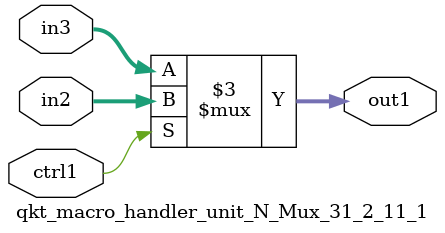
<source format=v>

`timescale 1ps / 1ps


module qkt_macro_handler_unit_N_Mux_31_2_11_1( in3, in2, ctrl1, out1 );

    input [30:0] in3;
    input [30:0] in2;
    input ctrl1;
    output [30:0] out1;
    reg [30:0] out1;

    
    // rtl_process:qkt_macro_handler_unit_N_Mux_31_2_11_1/qkt_macro_handler_unit_N_Mux_31_2_11_1_thread_1
    always @*
      begin : qkt_macro_handler_unit_N_Mux_31_2_11_1_thread_1
        case (ctrl1) 
          1'b1: 
            begin
              out1 = in2;
            end
          default: 
            begin
              out1 = in3;
            end
        endcase
      end

endmodule



</source>
